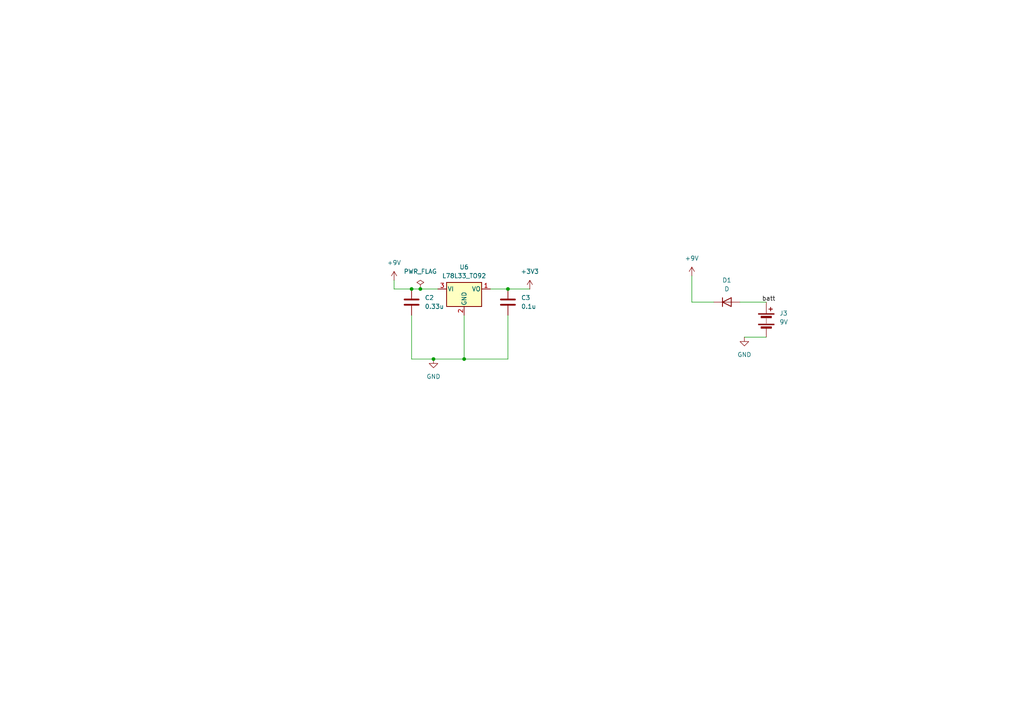
<source format=kicad_sch>
(kicad_sch (version 20231120) (generator "eeschema") (generator_version "8.0")
  (paper "A4")
  (title_block (title "Off-board Controller") (date "2024-07-20"))
  (lib_symbols
    (symbol "Device:Battery" (pin_numbers hide) (pin_names (offset 0) hide)
      (property "Reference" "BT" (at 2.54 2.54 0))
      (property "Value" "Battery" (at 2.54 0 0))
      (symbol "Battery_0_1"
        (rectangle (start -2.286 -1.27) (end 2.286 -1.524) (fill (type outline)))
        (rectangle (start -2.286 1.778) (end 2.286 1.524) (fill (type outline)))
        (rectangle (start -1.524 -2.032) (end 1.524 -2.54) (fill (type outline)))
        (rectangle (start -1.524 1.016) (end 1.524 0.508) (fill (type outline)))
        (polyline (pts (xy 0 -1.016) (xy 0 -0.762)))
        (polyline (pts (xy 0 -0.508) (xy 0 -0.254)))
        (polyline (pts (xy 0 0) (xy 0 0.254)))
        (polyline (pts (xy 0 1.778) (xy 0 2.54)))
        (polyline (pts (xy 0.762 3.048) (xy 1.778 3.048)) (stroke (width 0.254)))
        (polyline (pts (xy 1.27 3.556) (xy 1.27 2.54)) (stroke (width 0.254)))
      )
      (symbol "Battery_1_1"
        (pin passive line (at 0 5.08 270) (length 2.54) (name "+") (number "1"))
        (pin passive line (at 0 -5.08 90) (length 2.54) (name "-") (number "2"))
      )
    )
    (symbol "Device:C" (pin_numbers hide) (pin_names (offset 0.254))
      (property "Reference" "C" (at 0.635 2.54 0))
      (property "Value" "C" (at 0.635 -2.54 0))
      (symbol "C_0_1"
        (polyline (pts (xy -2.032 -0.762) (xy 2.032 -0.762)) (stroke (width 0.508)))
        (polyline (pts (xy -2.032 0.762) (xy 2.032 0.762)) (stroke (width 0.508)))
      )
      (symbol "C_1_1"
        (pin passive line (at 0 3.81 270) (length 2.794) (name "~") (number "1"))
        (pin passive line (at 0 -3.81 90) (length 2.794) (name "~") (number "2"))
      )
    )
    (symbol "Device:D" (pin_numbers hide) (pin_names (offset 1.016) hide)
      (property "Reference" "D" (at 0 2.54 0))
      (property "Value" "D" (at 0 -2.54 0))
      (symbol "D_0_1"
        (polyline (pts (xy -1.27 1.27) (xy -1.27 -1.27)) (stroke (width 0.254)))
        (polyline (pts (xy 1.27 0) (xy -1.27 0)))
        (polyline (pts (xy 1.27 1.27) (xy 1.27 -1.27) (xy -1.27 0) (xy 1.27 1.27)) (stroke (width 0.254)))
      )
      (symbol "D_1_1"
        (pin passive line (at -3.81 0 0) (length 2.54) (name "K") (number "1"))
        (pin passive line (at 3.81 0 180) (length 2.54) (name "A") (number "2"))
      )
    )
    (symbol "Regulator_Linear:L78L33_TO92" (pin_names (offset 0.254))
      (property "Reference" "U" (at -3.81 3.175 0))
      (property "Value" "L78L33_TO92" (at 0 3.175 0))
      (symbol "L78L33_TO92_0_1"
        (rectangle (start -5.08 -5.08) (end 5.08 1.905) (stroke (width 0.254)) (fill (type background)))
      )
      (symbol "L78L33_TO92_1_1"
        (pin power_out line (at 7.62 0 180) (length 2.54) (name "VO") (number "1"))
        (pin power_in line (at 0 -7.62 90) (length 2.54) (name "GND") (number "2"))
        (pin power_in line (at -7.62 0 0) (length 2.54) (name "VI") (number "3"))
      )
    )
    (symbol "power:+3V3" (power) (pin_numbers hide) (pin_names (offset 0) hide)
      (property "Value" "+3V3" (at 0 3.556 0))
      (symbol "+3V3_0_1"
        (polyline (pts (xy -0.762 1.27) (xy 0 2.54)))
        (polyline (pts (xy 0 0) (xy 0 2.54)))
        (polyline (pts (xy 0 2.54) (xy 0.762 1.27)))
      )
      (symbol "+3V3_1_1"
        (pin power_in line (at 0 0 90) (length 0) (name "~") (number "1"))
      )
    )
    (symbol "power:+9V" (power) (pin_numbers hide) (pin_names (offset 0) hide)
      (property "Value" "+9V" (at 0 3.556 0))
      (symbol "+9V_0_1"
        (polyline (pts (xy -0.762 1.27) (xy 0 2.54)))
        (polyline (pts (xy 0 0) (xy 0 2.54)))
        (polyline (pts (xy 0 2.54) (xy 0.762 1.27)))
      )
      (symbol "+9V_1_1"
        (pin power_in line (at 0 0 90) (length 0) (name "~") (number "1"))
      )
    )
    (symbol "power:GND" (power) (pin_numbers hide) (pin_names (offset 0) hide)
      (property "Value" "GND" (at 0 -3.81 0))
      (symbol "GND_0_1"
        (polyline (pts (xy 0 0) (xy 0 -1.27) (xy 1.27 -1.27) (xy 0 -2.54) (xy -1.27 -1.27) (xy 0 -1.27)))
      )
      (symbol "GND_1_1"
        (pin power_in line (at 0 0 270) (length 0) (name "~") (number "1"))
      )
    )
    (symbol "power:PWR_FLAG" (power) (pin_numbers hide) (pin_names (offset 0) hide)
      (property "Value" "PWR_FLAG" (at 0 3.81 0))
      (symbol "PWR_FLAG_0_0"
        (pin power_out line (at 0 0 90) (length 0) (name "~") (number "1"))
      )
      (symbol "PWR_FLAG_0_1"
        (polyline (pts (xy 0 0) (xy 0 1.27) (xy -1.016 1.905) (xy 0 2.54) (xy 1.016 1.905) (xy 0 1.27)))
      )
    )
  )
  (junction (at 119.38 83.82))
  (junction (at 147.32 83.82))
  (junction (at 125.73 104.14))
  (junction (at 121.92 83.82))
  (junction (at 134.62 104.14))
  (wire (pts (xy 119.38 91.44) (xy 119.38 104.14)))
  (wire (pts (xy 200.66 87.63) (xy 207.01 87.63)))
  (wire (pts (xy 134.62 104.14) (xy 147.32 104.14)))
  (wire (pts (xy 142.24 83.82) (xy 147.32 83.82)))
  (wire (pts (xy 134.62 104.14) (xy 125.73 104.14)))
  (wire (pts (xy 114.3 83.82) (xy 114.3 81.28)))
  (wire (pts (xy 127 83.82) (xy 121.92 83.82)))
  (wire (pts (xy 200.66 80.01) (xy 200.66 87.63)))
  (wire (pts (xy 119.38 83.82) (xy 114.3 83.82)))
  (wire (pts (xy 125.73 104.14) (xy 119.38 104.14)))
  (wire (pts (xy 121.92 83.82) (xy 119.38 83.82)))
  (wire (pts (xy 147.32 83.82) (xy 153.67 83.82)))
  (wire (pts (xy 215.9 97.79) (xy 222.25 97.79)))
  (wire (pts (xy 214.63 87.63) (xy 222.25 87.63)))
  (wire (pts (xy 134.62 91.44) (xy 134.62 104.14)))
  (wire (pts (xy 147.32 104.14) (xy 147.32 91.44)))
  (label "batt" (at 220.98 87.63 0))
  (symbol (lib_id "Device:C") (at 147.32 87.63 0) (unit 1)
    (property "Reference" "C3" (at 151.13 86.3599 0) (effects (justify left)))
    (property "Value" "0.1u" (at 151.13 88.8999 0) (effects (justify left)))
    (property "Footprint" "Capacitor_SMD:C_0805_2012Metric_Pad1.18x1.45mm_HandSolder" (effects (hide yes)))
    (property "Description" "Unpolarized capacitor" (effects (hide yes)))
  )
  (symbol (lib_id "Device:C") (at 119.38 87.63 0) (unit 1)
    (property "Reference" "C2" (at 123.19 86.3599 0) (effects (justify left)))
    (property "Value" "0.33u" (at 123.19 88.8999 0) (effects (justify left)))
    (property "Footprint" "Capacitor_SMD:C_0805_2012Metric_Pad1.18x1.45mm_HandSolder" (effects (hide yes)))
    (property "Description" "Unpolarized capacitor" (effects (hide yes)))
  )
  (symbol (lib_id "Regulator_Linear:L78L33_TO92") (at 134.62 83.82 0) (unit 1)
    (property "Reference" "U6" (at 134.62 77.47 0))
    (property "Value" "L78L33_TO92" (at 134.62 80.01 0))
    (property "Footprint" "Package_TO_SOT_THT:TO-92_Inline" (effects (hide yes)))
    (property "Datasheet" "http://www.st.com/content/ccc/resource/technical/document/datasheet/15/55/e5/aa/23/5b/43/fd/CD00000446.pdf/files/CD00000446.pdf/jcr:content/translations/en.CD00000446.pdf" (effects (hide yes)))
    (property "Description" "Positive 100mA 30V Linear Regulator, Fixed Output 3.3V, TO-92" (effects (hide yes)))
  )
  (symbol (lib_id "power:+9V") (at 114.3 81.28 0) (unit 1)
    (property "Reference" "#PWR012" (effects (hide yes)))
    (property "Value" "+9V" (at 114.3 76.2 0))
    (property "Description" "Power symbol creates a global label with name \"+9V\"" (effects (hide yes)))
  )
  (symbol (lib_id "power:GND") (at 125.73 104.14 0) (unit 1)
    (property "Reference" "#PWR010" (effects (hide yes)))
    (property "Value" "GND" (at 125.73 109.22 0))
    (property "Description" "Power symbol creates a global label with name \"GND\" , ground" (effects (hide yes)))
  )
  (symbol (lib_id "power:PWR_FLAG") (at 121.92 83.82 0) (unit 1)
    (property "Reference" "#FLG02" (effects (hide yes)))
    (property "Value" "PWR_FLAG" (at 121.92 78.74 0))
    (property "Description" "Special symbol for telling ERC where power comes from" (effects (hide yes)))
  )
  (symbol (lib_id "power:+9V") (at 200.66 80.01 0) (unit 1)
    (property "Reference" "#PWR09" (effects (hide yes)))
    (property "Value" "+9V" (at 200.66 74.93 0))
    (property "Description" "Power symbol creates a global label with name \"+9V\"" (effects (hide yes)))
  )
  (symbol (lib_id "power:GND") (at 215.9 97.79 0) (unit 1)
    (property "Reference" "#PWR013" (effects (hide yes)))
    (property "Value" "GND" (at 215.9 102.87 0))
    (property "Description" "Power symbol creates a global label with name \"GND\" , ground" (effects (hide yes)))
  )
  (symbol (lib_id "Device:Battery") (at 222.25 92.71 0) (unit 1)
    (property "Reference" "J3" (at 226.06 90.8684 0) (effects (justify left)))
    (property "Value" "9V" (at 226.06 93.4084 0) (effects (justify left)))
    (property "Footprint" "Connector_PinSocket_2.54mm:PinSocket_1x02_P2.54mm_Vertical" (effects (hide yes)))
    (property "Description" "Multiple-cell battery" (effects (hide yes)))
  )
  (symbol (lib_id "Device:D") (at 210.82 87.63 0) (unit 1)
    (property "Reference" "D1" (at 210.82 81.28 0))
    (property "Value" "D" (at 210.82 83.82 0))
    (property "Footprint" "LED_SMD:LED_0805_2012Metric_Pad1.15x1.40mm_HandSolder" (effects (hide yes)))
    (property "Description" "Diode" (effects (hide yes)))
    (property "Sim.Device" "D" (effects (hide yes)))
    (property "Sim.Pins" "1=K 2=A" (effects (hide yes)))
  )
  (symbol (lib_id "power:+3V3") (at 153.67 83.82 0) (unit 1)
    (property "Reference" "#PWR011" (effects (hide yes)))
    (property "Value" "+3V3" (at 153.67 78.74 0))
    (property "Description" "Power symbol creates a global label with name \"+3V3\"" (effects (hide yes)))
  )
)
</source>
